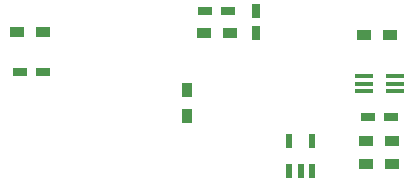
<source format=gbr>
G04 #@! TF.FileFunction,Paste,Top*
%FSLAX46Y46*%
G04 Gerber Fmt 4.6, Leading zero omitted, Abs format (unit mm)*
G04 Created by KiCad (PCBNEW 4.0.7) date 06/03/18 17:49:00*
%MOMM*%
%LPD*%
G01*
G04 APERTURE LIST*
%ADD10C,0.100000*%
%ADD11R,1.500000X0.400000*%
%ADD12R,1.200000X0.750000*%
%ADD13R,0.750000X1.200000*%
%ADD14R,0.900000X1.200000*%
%ADD15R,1.200000X0.900000*%
%ADD16R,0.590000X1.210000*%
G04 APERTURE END LIST*
D10*
D11*
X171771000Y-99350000D03*
X171771000Y-100000000D03*
X171771000Y-100650000D03*
X174431000Y-100650000D03*
X174431000Y-100000000D03*
X174431000Y-99350000D03*
D12*
X160271500Y-93853000D03*
X158371500Y-93853000D03*
D13*
X162687000Y-93855500D03*
X162687000Y-95755500D03*
D12*
X174051000Y-102870000D03*
X172151000Y-102870000D03*
X144587000Y-98996500D03*
X142687000Y-98996500D03*
D14*
X156845000Y-102763500D03*
X156845000Y-100563500D03*
D15*
X160421500Y-95758000D03*
X158221500Y-95758000D03*
X171810500Y-95885000D03*
X174010500Y-95885000D03*
X172001000Y-106810000D03*
X174201000Y-106810000D03*
X174201000Y-104840000D03*
X172001000Y-104840000D03*
X144610000Y-95631000D03*
X142410000Y-95631000D03*
D16*
X165483500Y-107363500D03*
X166433500Y-107363500D03*
X167383500Y-107363500D03*
X167383500Y-104853500D03*
X165483500Y-104853500D03*
M02*

</source>
